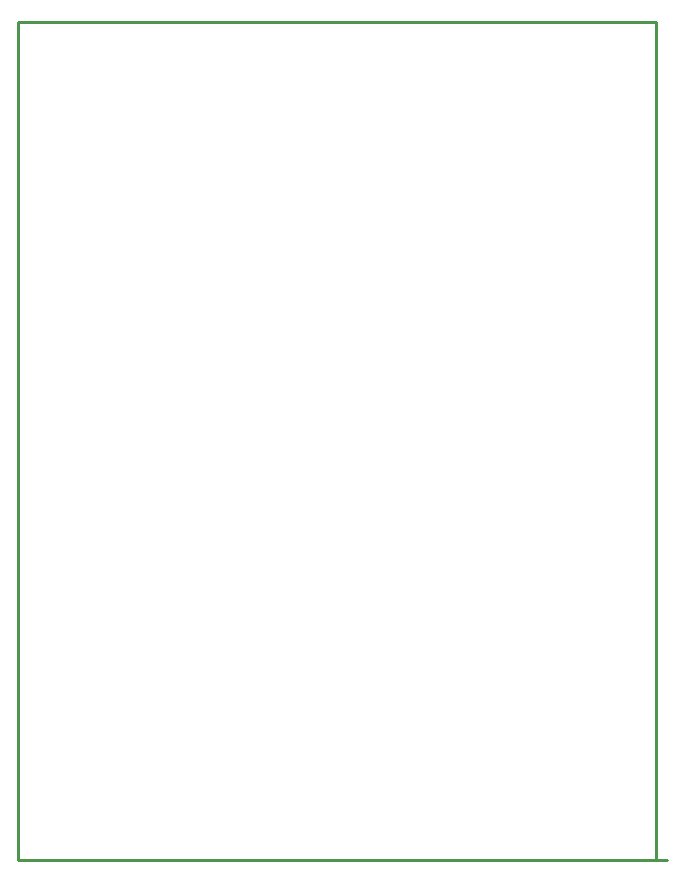
<source format=gko>
G04 Layer: BoardOutlineLayer*
G04 EasyEDA v6.5.23, 2023-06-23 23:10:11*
G04 1e2d741d03b145c09d046448db4ed045,57889503967a4714bf52c07adae62c9a,10*
G04 Gerber Generator version 0.2*
G04 Scale: 100 percent, Rotated: No, Reflected: No *
G04 Dimensions in millimeters *
G04 leading zeros omitted , absolute positions ,4 integer and 5 decimal *
%FSLAX45Y45*%
%MOMM*%

%ADD10C,0.2540*%
D10*
X699998Y1499996D02*
G01*
X700001Y8599982D01*
X700026Y8599934D02*
G01*
X6100069Y8599934D01*
X6099987Y1499996D01*
X6199992Y1499996D02*
G01*
X700001Y1499996D01*

%LPD*%
M02*

</source>
